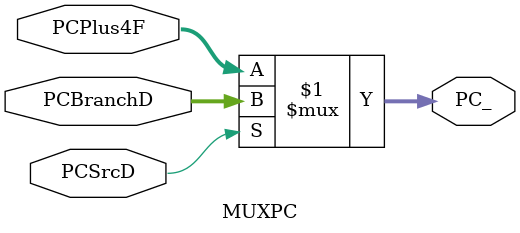
<source format=v>
`timescale 1ns / 1ps

module MUXPC #(parameter WIDTH=32)
   (
    input [WIDTH-1:0]  PCPlus4F,
    input [WIDTH-1:0]  PCBranchD,
    input 	       PCSrcD, 
    output [WIDTH-1:0] PC_
    );

   assign PC_=(PCSrcD)?PCBranchD:PCPlus4F;
 
endmodule // MUXPC

</source>
